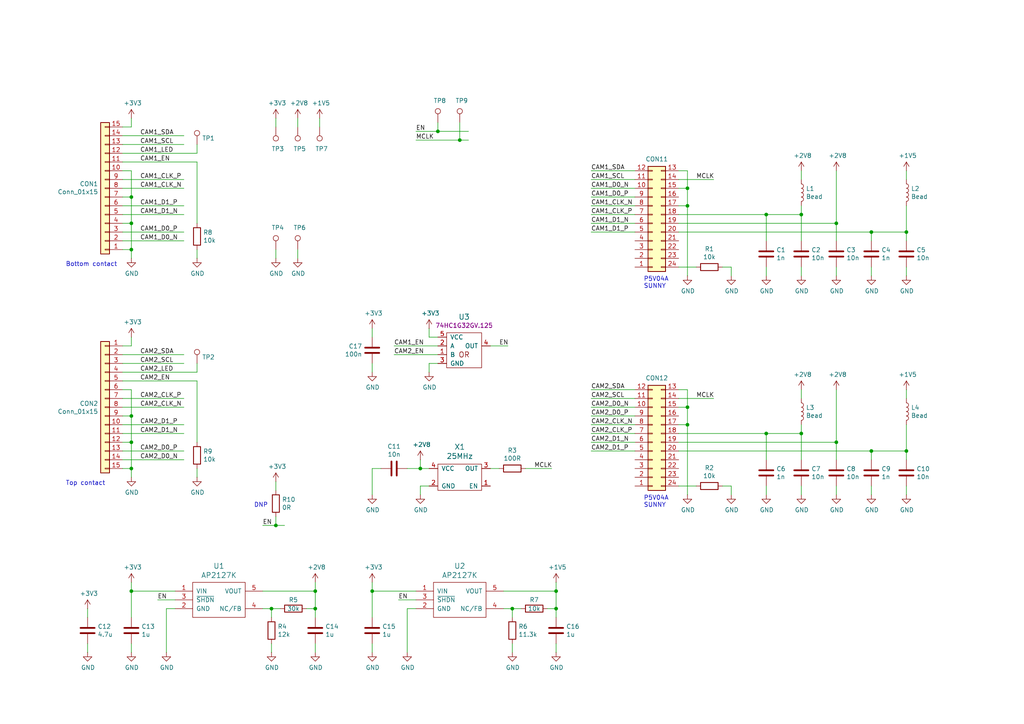
<source format=kicad_sch>
(kicad_sch (version 20250114) (generator "eeschema") (generator_version "9.0")
  (paper "A4")
  (lib_symbols
    (symbol "Connector:TestPoint" (pin_numbers (hide yes)) (pin_names (offset 0.762) (hide yes))
      (property "Reference" "TP" (at 0 6.858 0))
      (property "Value" "TestPoint" (at 0 5.08 0))
      (symbol "TestPoint_0_1"
        (circle (center 0 3.302) (radius 0.762))
      )
      (symbol "TestPoint_1_1"
        (pin passive line (at 0 0 90) (length 2.54) (name "1") (number "1"))
      )
    )
    (symbol "Connector_Generic:Conn_01x15" (pin_names (offset 1.016) (hide yes))
      (property "Reference" "J" (at 0 20.32 0))
      (property "Value" "Conn_01x15" (at 0 -20.32 0))
      (symbol "Conn_01x15_1_1"
        (rectangle (start -1.27 19.05) (end 1.27 -19.05) (stroke (width 0.254)) (fill (type background)))
        (rectangle (start -1.27 17.907) (end 0 17.653) (stroke (width 0.1524)))
        (rectangle (start -1.27 15.367) (end 0 15.113) (stroke (width 0.1524)))
        (rectangle (start -1.27 12.827) (end 0 12.573) (stroke (width 0.1524)))
        (rectangle (start -1.27 10.287) (end 0 10.033) (stroke (width 0.1524)))
        (rectangle (start -1.27 7.747) (end 0 7.493) (stroke (width 0.1524)))
        (rectangle (start -1.27 5.207) (end 0 4.953) (stroke (width 0.1524)))
        (rectangle (start -1.27 2.667) (end 0 2.413) (stroke (width 0.1524)))
        (rectangle (start -1.27 0.127) (end 0 -0.127) (stroke (width 0.1524)))
        (rectangle (start -1.27 -2.413) (end 0 -2.667) (stroke (width 0.1524)))
        (rectangle (start -1.27 -4.953) (end 0 -5.207) (stroke (width 0.1524)))
        (rectangle (start -1.27 -7.493) (end 0 -7.747) (stroke (width 0.1524)))
        (rectangle (start -1.27 -10.033) (end 0 -10.287) (stroke (width 0.1524)))
        (rectangle (start -1.27 -12.573) (end 0 -12.827) (stroke (width 0.1524)))
        (rectangle (start -1.27 -15.113) (end 0 -15.367) (stroke (width 0.1524)))
        (rectangle (start -1.27 -17.653) (end 0 -17.907) (stroke (width 0.1524)))
        (pin passive line (at -5.08 17.78 0) (length 3.81) (name "Pin_1") (number "1"))
        (pin passive line (at -5.08 15.24 0) (length 3.81) (name "Pin_2") (number "2"))
        (pin passive line (at -5.08 12.7 0) (length 3.81) (name "Pin_3") (number "3"))
        (pin passive line (at -5.08 10.16 0) (length 3.81) (name "Pin_4") (number "4"))
        (pin passive line (at -5.08 7.62 0) (length 3.81) (name "Pin_5") (number "5"))
        (pin passive line (at -5.08 5.08 0) (length 3.81) (name "Pin_6") (number "6"))
        (pin passive line (at -5.08 2.54 0) (length 3.81) (name "Pin_7") (number "7"))
        (pin passive line (at -5.08 0 0) (length 3.81) (name "Pin_8") (number "8"))
        (pin passive line (at -5.08 -2.54 0) (length 3.81) (name "Pin_9") (number "9"))
        (pin passive line (at -5.08 -5.08 0) (length 3.81) (name "Pin_10") (number "10"))
        (pin passive line (at -5.08 -7.62 0) (length 3.81) (name "Pin_11") (number "11"))
        (pin passive line (at -5.08 -10.16 0) (length 3.81) (name "Pin_12") (number "12"))
        (pin passive line (at -5.08 -12.7 0) (length 3.81) (name "Pin_13") (number "13"))
        (pin passive line (at -5.08 -15.24 0) (length 3.81) (name "Pin_14") (number "14"))
        (pin passive line (at -5.08 -17.78 0) (length 3.81) (name "Pin_15") (number "15"))
      )
    )
    (symbol "Connector_Generic:Conn_02x12_Counter_Clockwise" (pin_names (offset 1.016) (hide yes))
      (property "Reference" "J" (at 1.27 15.24 0))
      (property "Value" "Conn_02x12_Counter_Clockwise" (at 1.27 -17.78 0))
      (symbol "Conn_02x12_Counter_Clockwise_1_1"
        (rectangle (start -1.27 13.97) (end 3.81 -16.51) (stroke (width 0.254)) (fill (type background)))
        (rectangle (start -1.27 12.827) (end 0 12.573) (stroke (width 0.1524)))
        (rectangle (start -1.27 10.287) (end 0 10.033) (stroke (width 0.1524)))
        (rectangle (start -1.27 7.747) (end 0 7.493) (stroke (width 0.1524)))
        (rectangle (start -1.27 5.207) (end 0 4.953) (stroke (width 0.1524)))
        (rectangle (start -1.27 2.667) (end 0 2.413) (stroke (width 0.1524)))
        (rectangle (start -1.27 0.127) (end 0 -0.127) (stroke (width 0.1524)))
        (rectangle (start -1.27 -2.413) (end 0 -2.667) (stroke (width 0.1524)))
        (rectangle (start -1.27 -4.953) (end 0 -5.207) (stroke (width 0.1524)))
        (rectangle (start -1.27 -7.493) (end 0 -7.747) (stroke (width 0.1524)))
        (rectangle (start -1.27 -10.033) (end 0 -10.287) (stroke (width 0.1524)))
        (rectangle (start -1.27 -12.573) (end 0 -12.827) (stroke (width 0.1524)))
        (rectangle (start -1.27 -15.113) (end 0 -15.367) (stroke (width 0.1524)))
        (rectangle (start 3.81 12.827) (end 2.54 12.573) (stroke (width 0.1524)))
        (rectangle (start 3.81 10.287) (end 2.54 10.033) (stroke (width 0.1524)))
        (rectangle (start 3.81 7.747) (end 2.54 7.493) (stroke (width 0.1524)))
        (rectangle (start 3.81 5.207) (end 2.54 4.953) (stroke (width 0.1524)))
        (rectangle (start 3.81 2.667) (end 2.54 2.413) (stroke (width 0.1524)))
        (rectangle (start 3.81 0.127) (end 2.54 -0.127) (stroke (width 0.1524)))
        (rectangle (start 3.81 -2.413) (end 2.54 -2.667) (stroke (width 0.1524)))
        (rectangle (start 3.81 -4.953) (end 2.54 -5.207) (stroke (width 0.1524)))
        (rectangle (start 3.81 -7.493) (end 2.54 -7.747) (stroke (width 0.1524)))
        (rectangle (start 3.81 -10.033) (end 2.54 -10.287) (stroke (width 0.1524)))
        (rectangle (start 3.81 -12.573) (end 2.54 -12.827) (stroke (width 0.1524)))
        (rectangle (start 3.81 -15.113) (end 2.54 -15.367) (stroke (width 0.1524)))
        (pin passive line (at -5.08 12.7 0) (length 3.81) (name "Pin_1") (number "1"))
        (pin passive line (at -5.08 10.16 0) (length 3.81) (name "Pin_2") (number "2"))
        (pin passive line (at -5.08 7.62 0) (length 3.81) (name "Pin_3") (number "3"))
        (pin passive line (at -5.08 5.08 0) (length 3.81) (name "Pin_4") (number "4"))
        (pin passive line (at -5.08 2.54 0) (length 3.81) (name "Pin_5") (number "5"))
        (pin passive line (at -5.08 0 0) (length 3.81) (name "Pin_6") (number "6"))
        (pin passive line (at -5.08 -2.54 0) (length 3.81) (name "Pin_7") (number "7"))
        (pin passive line (at -5.08 -5.08 0) (length 3.81) (name "Pin_8") (number "8"))
        (pin passive line (at -5.08 -7.62 0) (length 3.81) (name "Pin_9") (number "9"))
        (pin passive line (at -5.08 -10.16 0) (length 3.81) (name "Pin_10") (number "10"))
        (pin passive line (at -5.08 -12.7 0) (length 3.81) (name "Pin_11") (number "11"))
        (pin passive line (at -5.08 -15.24 0) (length 3.81) (name "Pin_12") (number "12"))
        (pin passive line (at 7.62 12.7 180) (length 3.81) (name "Pin_24") (number "24"))
        (pin passive line (at 7.62 10.16 180) (length 3.81) (name "Pin_23") (number "23"))
        (pin passive line (at 7.62 7.62 180) (length 3.81) (name "Pin_22") (number "22"))
        (pin passive line (at 7.62 5.08 180) (length 3.81) (name "Pin_21") (number "21"))
        (pin passive line (at 7.62 2.54 180) (length 3.81) (name "Pin_20") (number "20"))
        (pin passive line (at 7.62 0 180) (length 3.81) (name "Pin_19") (number "19"))
        (pin passive line (at 7.62 -2.54 180) (length 3.81) (name "Pin_18") (number "18"))
        (pin passive line (at 7.62 -5.08 180) (length 3.81) (name "Pin_17") (number "17"))
        (pin passive line (at 7.62 -7.62 180) (length 3.81) (name "Pin_16") (number "16"))
        (pin passive line (at 7.62 -10.16 180) (length 3.81) (name "Pin_15") (number "15"))
        (pin passive line (at 7.62 -12.7 180) (length 3.81) (name "Pin_14") (number "14"))
        (pin passive line (at 7.62 -15.24 180) (length 3.81) (name "Pin_13") (number "13"))
      )
    )
    (symbol "Device:C" (pin_numbers (hide yes)) (pin_names (offset 0.254))
      (property "Reference" "C" (at 0.635 2.54 0))
      (property "Value" "C" (at 0.635 -2.54 0))
      (symbol "C_0_1"
        (polyline (pts (xy -2.032 0.762) (xy 2.032 0.762)) (stroke (width 0.508)))
        (polyline (pts (xy -2.032 -0.762) (xy 2.032 -0.762)) (stroke (width 0.508)))
      )
      (symbol "C_1_1"
        (pin passive line (at 0 3.81 270) (length 2.794) (name "~") (number "1"))
        (pin passive line (at 0 -3.81 90) (length 2.794) (name "~") (number "2"))
      )
    )
    (symbol "Device:L" (pin_numbers (hide yes)) (pin_names (offset 1.016) (hide yes))
      (property "Reference" "L" (at -1.27 0 90))
      (property "Value" "L" (at 1.905 0 90))
      (symbol "L_0_1"
        (arc (start 0 2.54) (mid 0.6323 1.905) (end 0 1.27))
        (arc (start 0 1.27) (mid 0.6323 0.635) (end 0 0))
        (arc (start 0 0) (mid 0.6323 -0.635) (end 0 -1.27))
        (arc (start 0 -1.27) (mid 0.6323 -1.905) (end 0 -2.54))
      )
      (symbol "L_1_1"
        (pin passive line (at 0 3.81 270) (length 1.27) (name "1") (number "1"))
        (pin passive line (at 0 -3.81 90) (length 1.27) (name "2") (number "2"))
      )
    )
    (symbol "Device:R" (pin_numbers (hide yes)) (pin_names (offset 0))
      (property "Reference" "R" (at 2.032 0 90))
      (property "Value" "R" (at 0 0 90))
      (symbol "R_0_1"
        (rectangle (start -1.016 -2.54) (end 1.016 2.54) (stroke (width 0.254)))
      )
      (symbol "R_1_1"
        (pin passive line (at 0 3.81 270) (length 1.27) (name "~") (number "1"))
        (pin passive line (at 0 -3.81 90) (length 1.27) (name "~") (number "2"))
      )
    )
    (symbol "_Crystal:Crystal_Generator" (pin_names (offset 1.016))
      (property "Reference" "Y" (at -5.08 5.08 0))
      (property "Value" "_Crystal_Crystal_Generator" (at 0 -5.08 0))
      (symbol "Crystal_Generator_0_1"
        (rectangle (start -6.35 3.81) (end 6.35 -3.81))
      )
      (symbol "Crystal_Generator_1_1"
        (pin power_in line (at -8.89 2.54 0) (length 2.54) (name "VCC") (number "4"))
        (pin power_in line (at -8.89 -2.54 0) (length 2.54) (name "GND") (number "2"))
        (pin output line (at 8.89 2.54 180) (length 2.54) (name "OUT") (number "3"))
        (pin input line (at 8.89 -2.54 180) (length 2.54) (name "EN") (number "1"))
      )
    )
    (symbol "_IC:AP2127K" (pin_names (offset 1.016))
      (property "Reference" "U" (at 0 6.35 0))
      (property "Value" "_IC_AP2127K" (at 0 -6.35 0))
      (symbol "AP2127K_0_1"
        (rectangle (start -7.62 5.08) (end 7.62 -5.08))
      )
      (symbol "AP2127K_1_1"
        (pin power_in line (at -12.7 2.54 0) (length 5.08) (name "VIN") (number "1"))
        (pin input line (at -12.7 0 0) (length 5.08) (name "~{SHDN}") (number "3"))
        (pin power_in line (at -12.7 -2.54 0) (length 5.08) (name "GND") (number "2"))
        (pin power_out line (at 12.7 2.54 180) (length 5.08) (name "VOUT") (number "5"))
        (pin input line (at 12.7 -2.54 180) (length 5.08) (name "NC/FB") (number "4"))
      )
    )
    (symbol "_SingleGate:74xx1G32" (pin_names (offset 1.016))
      (property "Reference" "U" (at -3.81 6.35 0))
      (property "Value" "_SingleGate_74xx1G32" (at 0 -6.35 0))
      (symbol "74xx1G32_0_0"
        (text "OR" (at 0 -1.27 0) (effects (font (size 1.524 1.524))))
      )
      (symbol "74xx1G32_0_1"
        (rectangle (start -5.08 5.08) (end 5.08 -5.08))
      )
      (symbol "74xx1G32_1_1"
        (pin power_in line (at -7.62 3.81 0) (length 2.54) (name "VCC") (number "5"))
        (pin input line (at -7.62 1.27 0) (length 2.54) (name "A") (number "2"))
        (pin input line (at -7.62 -1.27 0) (length 2.54) (name "B") (number "1"))
        (pin power_in line (at -7.62 -3.81 0) (length 2.54) (name "GND") (number "3"))
        (pin output line (at 7.62 1.27 180) (length 2.54) (name "OUT") (number "4"))
      )
    )
    (symbol "power:+1V5" (power) (pin_numbers (hide yes)) (pin_names (offset 0) (hide yes))
      (property "Value" "+1V5" (at 0 3.556 0))
      (symbol "+1V5_0_1"
        (polyline (pts (xy -0.762 1.27) (xy 0 2.54)))
        (polyline (pts (xy 0 2.54) (xy 0.762 1.27)))
        (polyline (pts (xy 0 0) (xy 0 2.54)))
      )
      (symbol "+1V5_1_1"
        (pin power_in line (at 0 0 90) (length 0) (name "~") (number "1"))
      )
    )
    (symbol "power:+2V8" (power) (pin_numbers (hide yes)) (pin_names (offset 0) (hide yes))
      (property "Value" "+2V8" (at 0 3.556 0))
      (symbol "+2V8_0_1"
        (polyline (pts (xy -0.762 1.27) (xy 0 2.54)))
        (polyline (pts (xy 0 2.54) (xy 0.762 1.27)))
        (polyline (pts (xy 0 0) (xy 0 2.54)))
      )
      (symbol "+2V8_1_1"
        (pin power_in line (at 0 0 90) (length 0) (name "~") (number "1"))
      )
    )
    (symbol "power:+3V3" (power) (pin_numbers (hide yes)) (pin_names (offset 0) (hide yes))
      (property "Value" "+3V3" (at 0 3.556 0))
      (symbol "+3V3_0_1"
        (polyline (pts (xy -0.762 1.27) (xy 0 2.54)))
        (polyline (pts (xy 0 2.54) (xy 0.762 1.27)))
        (polyline (pts (xy 0 0) (xy 0 2.54)))
      )
      (symbol "+3V3_1_1"
        (pin power_in line (at 0 0 90) (length 0) (name "~") (number "1"))
      )
    )
    (symbol "power:GND" (power) (pin_numbers (hide yes)) (pin_names (offset 0) (hide yes))
      (property "Value" "GND" (at 0 -3.81 0))
      (symbol "GND_0_1"
        (polyline (pts (xy 0 0) (xy 0 -1.27) (xy 1.27 -1.27) (xy 0 -2.54) (xy -1.27 -1.27) (xy 0 -1.27)))
      )
      (symbol "GND_1_1"
        (pin power_in line (at 0 0 270) (length 0) (name "~") (number "1"))
      )
    )
  )
  (text "Bottom contact" (at 19.05 77.47 0) (effects (font (size 1.27 1.27)) (justify left bottom)))
  (text "DNP" (at 73.66 147.32 0) (effects (font (size 1.27 1.27)) (justify left bottom)))
  (text "P5V04A\nSUNNY" (at 186.69 147.32 0) (effects (font (size 1.27 1.27)) (justify left bottom)))
  (text "Top contact" (at 19.05 140.97 0) (effects (font (size 1.27 1.27)) (justify left bottom)))
  (text "P5V04A\nSUNNY" (at 186.69 83.82 0) (effects (font (size 1.27 1.27)) (justify left bottom)))
  (junction (at 38.1 171.45))
  (junction (at 38.1 135.89))
  (junction (at 199.39 54.61))
  (junction (at 38.1 57.15))
  (junction (at 232.41 62.23))
  (junction (at 161.29 171.45))
  (junction (at 78.74 176.53))
  (junction (at 199.39 118.11))
  (junction (at 91.44 176.53))
  (junction (at 252.73 67.31))
  (junction (at 199.39 59.69))
  (junction (at 133.35 40.64))
  (junction (at 161.29 176.53))
  (junction (at 38.1 64.77))
  (junction (at 38.1 128.27))
  (junction (at 252.73 130.81))
  (junction (at 232.41 125.73))
  (junction (at 262.89 130.81))
  (junction (at 242.57 64.77))
  (junction (at 262.89 67.31))
  (junction (at 222.25 125.73))
  (junction (at 91.44 171.45))
  (junction (at 107.95 171.45))
  (junction (at 148.59 176.53))
  (junction (at 199.39 123.19))
  (junction (at 222.25 62.23))
  (junction (at 38.1 120.65))
  (junction (at 242.57 128.27))
  (junction (at 38.1 72.39))
  (junction (at 80.01 152.4))
  (junction (at 121.92 135.89))
  (junction (at 127 38.1))
  (wire (pts (xy 35.56 107.95) (xy 57.15 107.95)))
  (wire (pts (xy 222.25 77.47) (xy 222.25 80.01)))
  (wire (pts (xy 151.13 176.53) (xy 148.59 176.53)))
  (wire (pts (xy 252.73 67.31) (xy 262.89 67.31)))
  (wire (pts (xy 133.35 40.64) (xy 135.89 40.64)))
  (wire (pts (xy 38.1 171.45) (xy 50.8 171.45)))
  (wire (pts (xy 53.34 133.35) (xy 35.56 133.35)))
  (wire (pts (xy 148.59 176.53) (xy 146.05 176.53)))
  (wire (pts (xy 196.85 54.61) (xy 199.39 54.61)))
  (wire (pts (xy 171.45 120.65) (xy 184.15 120.65)))
  (wire (pts (xy 222.25 133.35) (xy 222.25 125.73)))
  (wire (pts (xy 114.3 102.87) (xy 127 102.87)))
  (wire (pts (xy 127 105.41) (xy 124.46 105.41)))
  (wire (pts (xy 118.11 135.89) (xy 121.92 135.89)))
  (wire (pts (xy 80.01 149.86) (xy 80.01 152.4)))
  (wire (pts (xy 91.44 168.91) (xy 91.44 171.45)))
  (wire (pts (xy 242.57 113.03) (xy 242.57 128.27)))
  (wire (pts (xy 262.89 130.81) (xy 262.89 133.35)))
  (wire (pts (xy 196.85 128.27) (xy 242.57 128.27)))
  (wire (pts (xy 76.2 171.45) (xy 91.44 171.45)))
  (wire (pts (xy 196.85 118.11) (xy 199.39 118.11)))
  (wire (pts (xy 107.95 135.89) (xy 107.95 143.51)))
  (wire (pts (xy 35.56 64.77) (xy 38.1 64.77)))
  (wire (pts (xy 242.57 49.53) (xy 242.57 64.77)))
  (wire (pts (xy 171.45 57.15) (xy 184.15 57.15)))
  (wire (pts (xy 196.85 123.19) (xy 199.39 123.19)))
  (wire (pts (xy 242.57 77.47) (xy 242.57 80.01)))
  (wire (pts (xy 53.34 105.41) (xy 35.56 105.41)))
  (wire (pts (xy 232.41 125.73) (xy 232.41 133.35)))
  (wire (pts (xy 171.45 128.27) (xy 184.15 128.27)))
  (wire (pts (xy 262.89 59.69) (xy 262.89 67.31)))
  (wire (pts (xy 38.1 186.69) (xy 38.1 189.23)))
  (wire (pts (xy 121.92 135.89) (xy 124.46 135.89)))
  (wire (pts (xy 146.05 171.45) (xy 161.29 171.45)))
  (wire (pts (xy 86.36 34.29) (xy 86.36 36.83)))
  (wire (pts (xy 196.85 77.47) (xy 201.93 77.47)))
  (wire (pts (xy 199.39 49.53) (xy 199.39 54.61)))
  (wire (pts (xy 148.59 179.07) (xy 148.59 176.53)))
  (wire (pts (xy 57.15 72.39) (xy 57.15 74.93)))
  (wire (pts (xy 242.57 64.77) (xy 242.57 69.85)))
  (wire (pts (xy 124.46 140.97) (xy 121.92 140.97)))
  (wire (pts (xy 86.36 72.39) (xy 86.36 74.93)))
  (wire (pts (xy 57.15 110.49) (xy 57.15 128.27)))
  (wire (pts (xy 53.34 130.81) (xy 35.56 130.81)))
  (wire (pts (xy 133.35 35.56) (xy 133.35 40.64)))
  (wire (pts (xy 127 38.1) (xy 135.89 38.1)))
  (wire (pts (xy 38.1 100.33) (xy 38.1 97.79)))
  (wire (pts (xy 252.73 140.97) (xy 252.73 143.51)))
  (wire (pts (xy 78.74 186.69) (xy 78.74 189.23)))
  (wire (pts (xy 107.95 168.91) (xy 107.95 171.45)))
  (wire (pts (xy 114.3 100.33) (xy 127 100.33)))
  (wire (pts (xy 161.29 176.53) (xy 161.29 179.07)))
  (wire (pts (xy 53.34 115.57) (xy 35.56 115.57)))
  (wire (pts (xy 107.95 186.69) (xy 107.95 189.23)))
  (wire (pts (xy 115.57 173.99) (xy 120.65 173.99)))
  (wire (pts (xy 107.95 171.45) (xy 120.65 171.45)))
  (wire (pts (xy 118.11 176.53) (xy 118.11 189.23)))
  (wire (pts (xy 120.65 40.64) (xy 133.35 40.64)))
  (wire (pts (xy 242.57 140.97) (xy 242.57 143.51)))
  (wire (pts (xy 242.57 128.27) (xy 242.57 133.35)))
  (wire (pts (xy 262.89 67.31) (xy 262.89 69.85)))
  (wire (pts (xy 35.56 110.49) (xy 57.15 110.49)))
  (wire (pts (xy 76.2 152.4) (xy 80.01 152.4)))
  (wire (pts (xy 196.85 125.73) (xy 222.25 125.73)))
  (wire (pts (xy 35.56 128.27) (xy 38.1 128.27)))
  (wire (pts (xy 35.56 120.65) (xy 38.1 120.65)))
  (wire (pts (xy 222.25 62.23) (xy 232.41 62.23)))
  (wire (pts (xy 25.4 186.69) (xy 25.4 189.23)))
  (wire (pts (xy 262.89 140.97) (xy 262.89 143.51)))
  (wire (pts (xy 127 97.79) (xy 124.46 97.79)))
  (wire (pts (xy 262.89 123.19) (xy 262.89 130.81)))
  (wire (pts (xy 171.45 123.19) (xy 184.15 123.19)))
  (wire (pts (xy 232.41 113.03) (xy 232.41 115.57)))
  (wire (pts (xy 35.56 72.39) (xy 38.1 72.39)))
  (wire (pts (xy 53.34 41.91) (xy 35.56 41.91)))
  (wire (pts (xy 35.56 44.45) (xy 57.15 44.45)))
  (wire (pts (xy 171.45 59.69) (xy 184.15 59.69)))
  (wire (pts (xy 78.74 176.53) (xy 76.2 176.53)))
  (wire (pts (xy 171.45 130.81) (xy 184.15 130.81)))
  (wire (pts (xy 161.29 168.91) (xy 161.29 171.45)))
  (wire (pts (xy 199.39 54.61) (xy 199.39 59.69)))
  (wire (pts (xy 222.25 140.97) (xy 222.25 143.51)))
  (wire (pts (xy 38.1 135.89) (xy 38.1 128.27)))
  (wire (pts (xy 199.39 118.11) (xy 199.39 123.19)))
  (wire (pts (xy 80.01 72.39) (xy 80.01 74.93)))
  (wire (pts (xy 120.65 176.53) (xy 118.11 176.53)))
  (wire (pts (xy 252.73 130.81) (xy 262.89 130.81)))
  (wire (pts (xy 92.71 34.29) (xy 92.71 36.83)))
  (wire (pts (xy 107.95 171.45) (xy 107.95 179.07)))
  (wire (pts (xy 161.29 171.45) (xy 161.29 176.53)))
  (wire (pts (xy 196.85 140.97) (xy 201.93 140.97)))
  (wire (pts (xy 38.1 72.39) (xy 38.1 74.93)))
  (wire (pts (xy 38.1 120.65) (xy 38.1 113.03)))
  (wire (pts (xy 252.73 77.47) (xy 252.73 80.01)))
  (wire (pts (xy 45.72 173.99) (xy 50.8 173.99)))
  (wire (pts (xy 196.85 52.07) (xy 207.01 52.07)))
  (wire (pts (xy 80.01 152.4) (xy 82.55 152.4)))
  (wire (pts (xy 212.09 140.97) (xy 212.09 143.51)))
  (wire (pts (xy 171.45 125.73) (xy 184.15 125.73)))
  (wire (pts (xy 53.34 102.87) (xy 35.56 102.87)))
  (wire (pts (xy 171.45 118.11) (xy 184.15 118.11)))
  (wire (pts (xy 57.15 44.45) (xy 57.15 41.91)))
  (wire (pts (xy 232.41 59.69) (xy 232.41 62.23)))
  (wire (pts (xy 91.44 186.69) (xy 91.44 189.23)))
  (wire (pts (xy 78.74 179.07) (xy 78.74 176.53)))
  (wire (pts (xy 232.41 62.23) (xy 232.41 69.85)))
  (wire (pts (xy 127 35.56) (xy 127 38.1)))
  (wire (pts (xy 91.44 171.45) (xy 91.44 176.53)))
  (wire (pts (xy 121.92 140.97) (xy 121.92 143.51)))
  (wire (pts (xy 196.85 113.03) (xy 199.39 113.03)))
  (wire (pts (xy 124.46 97.79) (xy 124.46 95.25)))
  (wire (pts (xy 209.55 77.47) (xy 212.09 77.47)))
  (wire (pts (xy 142.24 135.89) (xy 144.78 135.89)))
  (wire (pts (xy 222.25 125.73) (xy 232.41 125.73)))
  (wire (pts (xy 53.34 59.69) (xy 35.56 59.69)))
  (wire (pts (xy 171.45 115.57) (xy 184.15 115.57)))
  (wire (pts (xy 199.39 123.19) (xy 199.39 143.51)))
  (wire (pts (xy 124.46 105.41) (xy 124.46 107.95)))
  (wire (pts (xy 107.95 105.41) (xy 107.95 107.95)))
  (wire (pts (xy 196.85 59.69) (xy 199.39 59.69)))
  (wire (pts (xy 121.92 133.35) (xy 121.92 135.89)))
  (wire (pts (xy 196.85 115.57) (xy 207.01 115.57)))
  (wire (pts (xy 38.1 36.83) (xy 38.1 34.29)))
  (wire (pts (xy 196.85 64.77) (xy 242.57 64.77)))
  (wire (pts (xy 120.65 38.1) (xy 127 38.1)))
  (wire (pts (xy 35.56 36.83) (xy 38.1 36.83)))
  (wire (pts (xy 148.59 186.69) (xy 148.59 189.23)))
  (wire (pts (xy 35.56 135.89) (xy 38.1 135.89)))
  (wire (pts (xy 161.29 186.69) (xy 161.29 189.23)))
  (wire (pts (xy 110.49 135.89) (xy 107.95 135.89)))
  (wire (pts (xy 158.75 176.53) (xy 161.29 176.53)))
  (wire (pts (xy 53.34 125.73) (xy 35.56 125.73)))
  (wire (pts (xy 196.85 67.31) (xy 252.73 67.31)))
  (wire (pts (xy 222.25 69.85) (xy 222.25 62.23)))
  (wire (pts (xy 209.55 140.97) (xy 212.09 140.97)))
  (wire (pts (xy 252.73 133.35) (xy 252.73 130.81)))
  (wire (pts (xy 80.01 34.29) (xy 80.01 36.83)))
  (wire (pts (xy 152.4 135.89) (xy 160.02 135.89)))
  (wire (pts (xy 196.85 130.81) (xy 252.73 130.81)))
  (wire (pts (xy 171.45 49.53) (xy 184.15 49.53)))
  (wire (pts (xy 171.45 54.61) (xy 184.15 54.61)))
  (wire (pts (xy 53.34 54.61) (xy 35.56 54.61)))
  (wire (pts (xy 38.1 135.89) (xy 38.1 138.43)))
  (wire (pts (xy 38.1 171.45) (xy 38.1 179.07)))
  (wire (pts (xy 142.24 100.33) (xy 147.32 100.33)))
  (wire (pts (xy 199.39 59.69) (xy 199.39 80.01)))
  (wire (pts (xy 38.1 128.27) (xy 38.1 120.65)))
  (wire (pts (xy 48.26 176.53) (xy 48.26 189.23)))
  (wire (pts (xy 107.95 95.25) (xy 107.95 97.79)))
  (wire (pts (xy 53.34 123.19) (xy 35.56 123.19)))
  (wire (pts (xy 171.45 113.03) (xy 184.15 113.03)))
  (wire (pts (xy 171.45 62.23) (xy 184.15 62.23)))
  (wire (pts (xy 81.28 176.53) (xy 78.74 176.53)))
  (wire (pts (xy 38.1 64.77) (xy 38.1 57.15)))
  (wire (pts (xy 171.45 64.77) (xy 184.15 64.77)))
  (wire (pts (xy 25.4 176.53) (xy 25.4 179.07)))
  (wire (pts (xy 57.15 135.89) (xy 57.15 138.43)))
  (wire (pts (xy 252.73 69.85) (xy 252.73 67.31)))
  (wire (pts (xy 38.1 57.15) (xy 38.1 49.53)))
  (wire (pts (xy 35.56 46.99) (xy 57.15 46.99)))
  (wire (pts (xy 80.01 139.7) (xy 80.01 142.24)))
  (wire (pts (xy 38.1 49.53) (xy 35.56 49.53)))
  (wire (pts (xy 53.34 39.37) (xy 35.56 39.37)))
  (wire (pts (xy 171.45 52.07) (xy 184.15 52.07)))
  (wire (pts (xy 262.89 77.47) (xy 262.89 80.01)))
  (wire (pts (xy 38.1 113.03) (xy 35.56 113.03)))
  (wire (pts (xy 196.85 62.23) (xy 222.25 62.23)))
  (wire (pts (xy 57.15 107.95) (xy 57.15 105.41)))
  (wire (pts (xy 262.89 49.53) (xy 262.89 52.07)))
  (wire (pts (xy 35.56 57.15) (xy 38.1 57.15)))
  (wire (pts (xy 232.41 140.97) (xy 232.41 143.51)))
  (wire (pts (xy 212.09 77.47) (xy 212.09 80.01)))
  (wire (pts (xy 53.34 118.11) (xy 35.56 118.11)))
  (wire (pts (xy 199.39 113.03) (xy 199.39 118.11)))
  (wire (pts (xy 38.1 168.91) (xy 38.1 171.45)))
  (wire (pts (xy 91.44 176.53) (xy 91.44 179.07)))
  (wire (pts (xy 53.34 69.85) (xy 35.56 69.85)))
  (wire (pts (xy 171.45 67.31) (xy 184.15 67.31)))
  (wire (pts (xy 53.34 67.31) (xy 35.56 67.31)))
  (wire (pts (xy 232.41 49.53) (xy 232.41 52.07)))
  (wire (pts (xy 53.34 52.07) (xy 35.56 52.07)))
  (wire (pts (xy 262.89 113.03) (xy 262.89 115.57)))
  (wire (pts (xy 35.56 100.33) (xy 38.1 100.33)))
  (wire (pts (xy 38.1 72.39) (xy 38.1 64.77)))
  (wire (pts (xy 88.9 176.53) (xy 91.44 176.53)))
  (wire (pts (xy 196.85 49.53) (xy 199.39 49.53)))
  (wire (pts (xy 50.8 176.53) (xy 48.26 176.53)))
  (wire (pts (xy 232.41 77.47) (xy 232.41 80.01)))
  (wire (pts (xy 232.41 123.19) (xy 232.41 125.73)))
  (wire (pts (xy 57.15 46.99) (xy 57.15 64.77)))
  (wire (pts (xy 53.34 62.23) (xy 35.56 62.23)))
  (label "CAM1_EN" (at 114.3 100.33 0))
  (label "CAM1_D1_P" (at 171.45 67.31 0))
  (label "CAM1_LED" (at 40.64 44.45 0))
  (label "CAM2_SDA" (at 40.64 102.87 0))
  (label "CAM2_CLK_P" (at 171.45 125.73 0))
  (label "CAM1_D1_P" (at 40.64 59.69 0))
  (label "CAM1_D0_N" (at 40.64 69.85 0))
  (label "MCLK" (at 120.65 40.64 0))
  (label "CAM2_CLK_P" (at 40.64 115.57 0))
  (label "CAM2_SCL" (at 40.64 105.41 0))
  (label "CAM1_D0_N" (at 171.45 54.61 0))
  (label "EN" (at 115.57 173.99 0))
  (label "MCLK" (at 201.93 115.57 0))
  (label "CAM1_D0_P" (at 171.45 57.15 0))
  (label "CAM2_CLK_N" (at 40.64 118.11 0))
  (label "EN" (at 76.2 152.4 0))
  (label "CAM1_D0_P" (at 40.64 67.31 0))
  (label "EN" (at 120.65 38.1 0))
  (label "CAM2_D0_N" (at 40.64 133.35 0))
  (label "CAM2_D0_P" (at 171.45 120.65 0))
  (label "CAM2_D1_P" (at 40.64 123.19 0))
  (label "CAM2_CLK_N" (at 171.45 123.19 0))
  (label "MCLK" (at 154.94 135.89 0))
  (label "CAM1_D1_N" (at 40.64 62.23 0))
  (label "EN" (at 45.72 173.99 0))
  (label "MCLK" (at 201.93 52.07 0))
  (label "CAM1_SCL" (at 171.45 52.07 0))
  (label "CAM1_EN" (at 40.64 46.99 0))
  (label "CAM2_SDA" (at 171.45 113.03 0))
  (label "CAM1_SDA" (at 171.45 49.53 0))
  (label "CAM2_LED" (at 40.64 107.95 0))
  (label "CAM1_SDA" (at 40.64 39.37 0))
  (label "CAM1_CLK_P" (at 171.45 62.23 0))
  (label "CAM2_D1_N" (at 40.64 125.73 0))
  (label "CAM1_D1_N" (at 171.45 64.77 0))
  (label "CAM2_D0_P" (at 40.64 130.81 0))
  (label "CAM2_D1_N" (at 171.45 128.27 0))
  (label "CAM2_D1_P" (at 171.45 130.81 0))
  (label "CAM1_SCL" (at 40.64 41.91 0))
  (label "CAM2_EN" (at 114.3 102.87 0))
  (label "CAM1_CLK_N" (at 40.64 54.61 0))
  (label "EN" (at 144.78 100.33 0))
  (label "CAM2_EN" (at 40.64 110.49 0))
  (label "CAM2_SCL" (at 171.45 115.57 0))
  (label "CAM2_D0_N" (at 171.45 118.11 0))
  (label "CAM1_CLK_P" (at 40.64 52.07 0))
  (label "CAM1_CLK_N" (at 171.45 59.69 0))
  (symbol (lib_id "Connector_Generic:Conn_02x12_Counter_Clockwise") (at 189.23 64.77 0) (mirror x) (unit 1)
    (property "Reference" "CON11" (at 190.5 46.1518 0))
    (property "Value" "Conn_02x12_Counter_Clockwise" (effects (hide yes)))
    (property "Footprint" "_Connectors:DF30FC-24DP-0.4V" (effects (hide yes)))
    (property "vendor" "Hirose" (effects (hide yes)))
    (property "vendor_id" "DF30FC-24DP-0.4V" (effects (hide yes)))
  )
  (symbol (lib_id "Connector_Generic:Conn_02x12_Counter_Clockwise") (at 189.23 128.27 0) (mirror x) (unit 1)
    (property "Reference" "CON12" (at 190.5 109.6518 0))
    (property "Value" "Conn_02x12_Counter_Clockwise" (effects (hide yes)))
    (property "Footprint" "_Connectors:DF30FC-24DP-0.4V" (effects (hide yes)))
    (property "vendor" "Hirose" (effects (hide yes)))
    (property "vendor_id" "DF30FC-24DP-0.4V" (effects (hide yes)))
  )
  (symbol (lib_id "Connector_Generic:Conn_01x15") (at 30.48 54.61 180) (unit 1)
    (property "Reference" "CON1" (at 28.4734 53.34 0) (effects (justify left)))
    (property "Value" "Conn_01x15" (at 28.4734 55.6514 0) (effects (justify left)))
    (property "Footprint" "Connector_FFC-FPC:TE_1-84952-5_1x15-1MP_P1.0mm_Horizontal" (effects (hide yes)))
    (property "vendor" "Molex" (effects (hide yes)))
    (property "vendor_id" "MX-52271-1569" (effects (hide yes)))
  )
  (symbol (lib_id "Connector_Generic:Conn_01x15") (at 30.48 118.11 0) (mirror y) (unit 1)
    (property "Reference" "CON2" (at 28.4734 117.0432 0) (effects (justify left)))
    (property "Value" "Conn_01x15" (at 28.4734 119.3546 0) (effects (justify left)))
    (property "Footprint" "Connector_FFC-FPC:TE_1-84952-5_1x15-1MP_P1.0mm_Horizontal" (effects (hide yes)))
    (property "vendor" "Molex" (effects (hide yes)))
    (property "vendor_id" "MX-52207-1560" (effects (hide yes)))
  )
  (symbol (lib_id "power:GND") (at 199.39 80.01 0) (unit 1)
    (property "Reference" "#PWR0101" (effects (hide yes)))
    (property "Value" "GND" (at 199.517 84.4042 0))
  )
  (symbol (lib_id "Device:C") (at 25.4 182.88 0) (unit 1)
    (property "Reference" "C12" (at 28.321 181.7116 0) (effects (justify left)))
    (property "Value" "4.7u" (at 28.321 184.023 0) (effects (justify left)))
    (property "Footprint" "Capacitor_SMD:C_0805_2012Metric" (effects (hide yes)))
  )
  (symbol (lib_id "power:GND") (at 25.4 189.23 0) (unit 1)
    (property "Reference" "#PWR012" (effects (hide yes)))
    (property "Value" "GND" (at 25.527 193.6242 0))
  )
  (symbol (lib_id "Device:R") (at 205.74 77.47 270) (unit 1)
    (property "Reference" "R1" (at 205.74 72.2122 90))
    (property "Value" "10k" (at 205.74 74.5236 90))
    (property "Footprint" "Resistor_SMD:R_0603_1608Metric" (effects (hide yes)))
  )
  (symbol (lib_id "power:GND") (at 212.09 80.01 0) (unit 1)
    (property "Reference" "#PWR0102" (effects (hide yes)))
    (property "Value" "GND" (at 212.217 84.4042 0))
  )
  (symbol (lib_id "power:+1V5") (at 262.89 49.53 0) (unit 1)
    (property "Reference" "#PWR0103" (effects (hide yes)))
    (property "Value" "+1V5" (at 263.271 45.1358 0))
  )
  (symbol (lib_id "Device:C") (at 232.41 73.66 0) (unit 1)
    (property "Reference" "C2" (at 235.331 72.4916 0) (effects (justify left)))
    (property "Value" "10n" (at 235.331 74.803 0) (effects (justify left)))
    (property "Footprint" "Capacitor_SMD:C_0603_1608Metric" (effects (hide yes)))
  )
  (symbol (lib_id "power:GND") (at 232.41 80.01 0) (unit 1)
    (property "Reference" "#PWR0104" (effects (hide yes)))
    (property "Value" "GND" (at 232.537 84.4042 0))
  )
  (symbol (lib_id "Device:C") (at 242.57 73.66 0) (unit 1)
    (property "Reference" "C3" (at 245.491 72.4916 0) (effects (justify left)))
    (property "Value" "10n" (at 245.491 74.803 0) (effects (justify left)))
    (property "Footprint" "Capacitor_SMD:C_0603_1608Metric" (effects (hide yes)))
  )
  (symbol (lib_id "power:GND") (at 242.57 80.01 0) (unit 1)
    (property "Reference" "#PWR0105" (effects (hide yes)))
    (property "Value" "GND" (at 242.697 84.4042 0))
  )
  (symbol (lib_id "Device:C") (at 262.89 73.66 0) (unit 1)
    (property "Reference" "C5" (at 265.811 72.4916 0) (effects (justify left)))
    (property "Value" "10n" (at 265.811 74.803 0) (effects (justify left)))
    (property "Footprint" "Capacitor_SMD:C_0603_1608Metric" (effects (hide yes)))
  )
  (symbol (lib_id "power:GND") (at 262.89 80.01 0) (unit 1)
    (property "Reference" "#PWR0106" (effects (hide yes)))
    (property "Value" "GND" (at 263.017 84.4042 0))
  )
  (symbol (lib_id "power:+2V8") (at 232.41 49.53 0) (unit 1)
    (property "Reference" "#PWR0107" (effects (hide yes)))
    (property "Value" "+2V8" (at 232.791 45.1358 0))
  )
  (symbol (lib_id "Device:L") (at 232.41 55.88 0) (unit 1)
    (property "Reference" "L1" (at 233.7562 54.7116 0) (effects (justify left)))
    (property "Value" "Bead" (at 233.7562 57.023 0) (effects (justify left)))
    (property "Footprint" "Inductor_SMD:L_0805_2012Metric" (effects (hide yes)))
    (property "vendor" "Murata" (effects (hide yes)))
    (property "vendor_id" "BLM18HE152SN1D" (effects (hide yes)))
  )
  (symbol (lib_id "Device:L") (at 262.89 55.88 0) (unit 1)
    (property "Reference" "L2" (at 264.2362 54.7116 0) (effects (justify left)))
    (property "Value" "Bead" (at 264.2362 57.023 0) (effects (justify left)))
    (property "Footprint" "Inductor_SMD:L_0805_2012Metric" (effects (hide yes)))
    (property "vendor" "Murata" (effects (hide yes)))
    (property "vendor_id" "BLM18HE152SN1D" (effects (hide yes)))
  )
  (symbol (lib_id "power:+2V8") (at 242.57 49.53 0) (unit 1)
    (property "Reference" "#PWR0108" (effects (hide yes)))
    (property "Value" "+2V8" (at 242.951 45.1358 0))
  )
  (symbol (lib_id "power:+3V3") (at 25.4 176.53 0) (unit 1)
    (property "Reference" "#PWR011" (effects (hide yes)))
    (property "Value" "+3V3" (at 25.781 172.1358 0))
  )
  (symbol (lib_id "_IC:AP2127K") (at 63.5 173.99 0) (unit 1)
    (property "Reference" "U1" (at 63.5 164.1602 0) (effects (font (size 1.524 1.524))))
    (property "Value" "AP2127K" (at 63.5 166.8526 0) (effects (font (size 1.524 1.524))))
    (property "Footprint" "Package_TO_SOT_SMD:SOT-23-5" (effects (hide yes)))
    (property "vendor" "Diodes" (effects (hide yes)))
    (property "vendor_id" "AP2127K-ADJTRG1" (effects (hide yes)))
  )
  (symbol (lib_id "Device:C") (at 222.25 73.66 0) (unit 1)
    (property "Reference" "C1" (at 225.171 72.4916 0) (effects (justify left)))
    (property "Value" "1n" (at 225.171 74.803 0) (effects (justify left)))
    (property "Footprint" "Capacitor_SMD:C_0603_1608Metric" (effects (hide yes)))
  )
  (symbol (lib_id "power:GND") (at 222.25 80.01 0) (unit 1)
    (property "Reference" "#PWR0109" (effects (hide yes)))
    (property "Value" "GND" (at 222.377 84.4042 0))
  )
  (symbol (lib_id "power:GND") (at 38.1 189.23 0) (unit 1)
    (property "Reference" "#PWR0118" (effects (hide yes)))
    (property "Value" "GND" (at 38.227 193.6242 0))
  )
  (symbol (lib_id "power:+3V3") (at 38.1 168.91 0) (unit 1)
    (property "Reference" "#PWR0119" (effects (hide yes)))
    (property "Value" "+3V3" (at 38.481 164.5158 0))
  )
  (symbol (lib_id "Device:C") (at 38.1 182.88 0) (unit 1)
    (property "Reference" "C13" (at 41.021 181.7116 0) (effects (justify left)))
    (property "Value" "1u" (at 41.021 184.023 0) (effects (justify left)))
    (property "Footprint" "Capacitor_SMD:C_0603_1608Metric" (effects (hide yes)))
  )
  (symbol (lib_id "power:GND") (at 48.26 189.23 0) (unit 1)
    (property "Reference" "#PWR0120" (effects (hide yes)))
    (property "Value" "GND" (at 48.387 193.6242 0))
  )
  (symbol (lib_id "Device:R") (at 78.74 182.88 180) (unit 1)
    (property "Reference" "R4" (at 80.518 181.7116 0) (effects (justify right)))
    (property "Value" "12k" (at 80.518 184.023 0) (effects (justify right)))
    (property "Footprint" "Resistor_SMD:R_0603_1608Metric" (effects (hide yes)))
  )
  (symbol (lib_id "_SingleGate:74xx1G32") (at 134.62 101.6 0) (unit 1)
    (property "Reference" "U3" (at 134.62 91.9226 0) (effects (font (size 1.524 1.524))))
    (property "Value" "74xx1G32" (effects (hide yes)))
    (property "Footprint" "_IC:SC-74A" (effects (hide yes)))
    (property "vendor" "Nexperia" (effects (hide yes)))
    (property "vendor_id" "74HC1G32GV.125" (at 134.62 94.4118 0))
  )
  (symbol (lib_id "Device:R") (at 85.09 176.53 270) (unit 1)
    (property "Reference" "R5" (at 85.09 173.99 90))
    (property "Value" "30k" (at 85.09 176.53 90))
    (property "Footprint" "Resistor_SMD:R_0603_1608Metric" (effects (hide yes)))
  )
  (symbol (lib_id "Device:C") (at 91.44 182.88 0) (unit 1)
    (property "Reference" "C14" (at 94.361 181.7116 0) (effects (justify left)))
    (property "Value" "1u" (at 94.361 184.023 0) (effects (justify left)))
    (property "Footprint" "Capacitor_SMD:C_0603_1608Metric" (effects (hide yes)))
  )
  (symbol (lib_id "Device:C") (at 252.73 73.66 0) (unit 1)
    (property "Reference" "C4" (at 255.651 72.4916 0) (effects (justify left)))
    (property "Value" "1n" (at 255.651 74.803 0) (effects (justify left)))
    (property "Footprint" "Capacitor_SMD:C_0603_1608Metric" (effects (hide yes)))
  )
  (symbol (lib_id "power:GND") (at 252.73 80.01 0) (unit 1)
    (property "Reference" "#PWR0110" (effects (hide yes)))
    (property "Value" "GND" (at 252.857 84.4042 0))
  )
  (symbol (lib_id "power:+3V3") (at 124.46 95.25 0) (unit 1)
    (property "Reference" "#PWR0130" (effects (hide yes)))
    (property "Value" "+3V3" (at 124.841 90.8558 0))
  )
  (symbol (lib_id "power:GND") (at 124.46 107.95 0) (unit 1)
    (property "Reference" "#PWR0131" (effects (hide yes)))
    (property "Value" "GND" (at 124.587 112.3442 0))
  )
  (symbol (lib_id "power:GND") (at 78.74 189.23 0) (unit 1)
    (property "Reference" "#PWR0121" (effects (hide yes)))
    (property "Value" "GND" (at 78.867 193.6242 0))
  )
  (symbol (lib_id "power:GND") (at 91.44 189.23 0) (unit 1)
    (property "Reference" "#PWR0122" (effects (hide yes)))
    (property "Value" "GND" (at 91.567 193.6242 0))
  )
  (symbol (lib_id "power:GND") (at 199.39 143.51 0) (unit 1)
    (property "Reference" "#PWR01" (effects (hide yes)))
    (property "Value" "GND" (at 199.517 147.9042 0))
  )
  (symbol (lib_id "Device:R") (at 205.74 140.97 270) (unit 1)
    (property "Reference" "R2" (at 205.74 135.7122 90))
    (property "Value" "10k" (at 205.74 138.0236 90))
    (property "Footprint" "Resistor_SMD:R_0603_1608Metric" (effects (hide yes)))
  )
  (symbol (lib_id "power:GND") (at 212.09 143.51 0) (unit 1)
    (property "Reference" "#PWR02" (effects (hide yes)))
    (property "Value" "GND" (at 212.217 147.9042 0))
  )
  (symbol (lib_id "power:+1V5") (at 262.89 113.03 0) (unit 1)
    (property "Reference" "#PWR09" (effects (hide yes)))
    (property "Value" "+1V5" (at 263.271 108.6358 0))
  )
  (symbol (lib_id "Device:C") (at 232.41 137.16 0) (unit 1)
    (property "Reference" "C7" (at 235.331 135.9916 0) (effects (justify left)))
    (property "Value" "10n" (at 235.331 138.303 0) (effects (justify left)))
    (property "Footprint" "Capacitor_SMD:C_0603_1608Metric" (effects (hide yes)))
  )
  (symbol (lib_id "power:GND") (at 232.41 143.51 0) (unit 1)
    (property "Reference" "#PWR05" (effects (hide yes)))
    (property "Value" "GND" (at 232.537 147.9042 0))
  )
  (symbol (lib_id "Device:C") (at 242.57 137.16 0) (unit 1)
    (property "Reference" "C8" (at 245.491 135.9916 0) (effects (justify left)))
    (property "Value" "10n" (at 245.491 138.303 0) (effects (justify left)))
    (property "Footprint" "Capacitor_SMD:C_0603_1608Metric" (effects (hide yes)))
  )
  (symbol (lib_id "power:GND") (at 242.57 143.51 0) (unit 1)
    (property "Reference" "#PWR07" (effects (hide yes)))
    (property "Value" "GND" (at 242.697 147.9042 0))
  )
  (symbol (lib_id "Device:C") (at 262.89 137.16 0) (unit 1)
    (property "Reference" "C10" (at 265.811 135.9916 0) (effects (justify left)))
    (property "Value" "10n" (at 265.811 138.303 0) (effects (justify left)))
    (property "Footprint" "Capacitor_SMD:C_0603_1608Metric" (effects (hide yes)))
  )
  (symbol (lib_id "power:GND") (at 262.89 143.51 0) (unit 1)
    (property "Reference" "#PWR010" (effects (hide yes)))
    (property "Value" "GND" (at 263.017 147.9042 0))
  )
  (symbol (lib_id "power:+2V8") (at 232.41 113.03 0) (unit 1)
    (property "Reference" "#PWR04" (effects (hide yes)))
    (property "Value" "+2V8" (at 232.791 108.6358 0))
  )
  (symbol (lib_id "Device:L") (at 232.41 119.38 0) (unit 1)
    (property "Reference" "L3" (at 233.7562 118.2116 0) (effects (justify left)))
    (property "Value" "Bead" (at 233.7562 120.523 0) (effects (justify left)))
    (property "Footprint" "Inductor_SMD:L_0805_2012Metric" (effects (hide yes)))
    (property "vendor" "Murata" (effects (hide yes)))
    (property "vendor_id" "BLM18HE152SN1D" (effects (hide yes)))
  )
  (symbol (lib_id "Device:L") (at 262.89 119.38 0) (unit 1)
    (property "Reference" "L4" (at 264.2362 118.2116 0) (effects (justify left)))
    (property "Value" "Bead" (at 264.2362 120.523 0) (effects (justify left)))
    (property "Footprint" "Inductor_SMD:L_0805_2012Metric" (effects (hide yes)))
    (property "vendor" "Murata" (effects (hide yes)))
    (property "vendor_id" "BLM18HE152SN1D" (effects (hide yes)))
  )
  (symbol (lib_id "power:+2V8") (at 242.57 113.03 0) (unit 1)
    (property "Reference" "#PWR06" (effects (hide yes)))
    (property "Value" "+2V8" (at 242.951 108.6358 0))
  )
  (symbol (lib_id "Device:C") (at 222.25 137.16 0) (unit 1)
    (property "Reference" "C6" (at 225.171 135.9916 0) (effects (justify left)))
    (property "Value" "1n" (at 225.171 138.303 0) (effects (justify left)))
    (property "Footprint" "Capacitor_SMD:C_0603_1608Metric" (effects (hide yes)))
  )
  (symbol (lib_id "power:GND") (at 222.25 143.51 0) (unit 1)
    (property "Reference" "#PWR03" (effects (hide yes)))
    (property "Value" "GND" (at 222.377 147.9042 0))
  )
  (symbol (lib_id "Device:C") (at 252.73 137.16 0) (unit 1)
    (property "Reference" "C9" (at 255.651 135.9916 0) (effects (justify left)))
    (property "Value" "1n" (at 255.651 138.303 0) (effects (justify left)))
    (property "Footprint" "Capacitor_SMD:C_0603_1608Metric" (effects (hide yes)))
  )
  (symbol (lib_id "power:GND") (at 252.73 143.51 0) (unit 1)
    (property "Reference" "#PWR08" (effects (hide yes)))
    (property "Value" "GND" (at 252.857 147.9042 0))
  )
  (symbol (lib_id "Device:C") (at 107.95 101.6 0) (unit 1)
    (property "Reference" "C17" (at 105.029 100.4316 0) (effects (justify right)))
    (property "Value" "100n" (at 105.029 102.743 0) (effects (justify right)))
    (property "Footprint" "Capacitor_SMD:C_0603_1608Metric" (effects (hide yes)))
  )
  (symbol (lib_id "power:GND") (at 107.95 107.95 0) (unit 1)
    (property "Reference" "#PWR0132" (effects (hide yes)))
    (property "Value" "GND" (at 108.077 112.3442 0))
  )
  (symbol (lib_id "power:+3V3") (at 107.95 95.25 0) (unit 1)
    (property "Reference" "#PWR0133" (effects (hide yes)))
    (property "Value" "+3V3" (at 108.331 90.8558 0))
  )
  (symbol (lib_id "Device:R") (at 57.15 132.08 180) (unit 1)
    (property "Reference" "R9" (at 58.928 130.9116 0) (effects (justify right)))
    (property "Value" "10k" (at 58.928 133.223 0) (effects (justify right)))
    (property "Footprint" "Resistor_SMD:R_0603_1608Metric" (effects (hide yes)))
  )
  (symbol (lib_id "power:GND") (at 57.15 138.43 0) (unit 1)
    (property "Reference" "#PWR0134" (effects (hide yes)))
    (property "Value" "GND" (at 57.277 142.8242 0))
  )
  (symbol (lib_id "Device:R") (at 57.15 68.58 180) (unit 1)
    (property "Reference" "R8" (at 58.928 67.4116 0) (effects (justify right)))
    (property "Value" "10k" (at 58.928 69.723 0) (effects (justify right)))
    (property "Footprint" "Resistor_SMD:R_0603_1608Metric" (effects (hide yes)))
  )
  (symbol (lib_id "power:GND") (at 57.15 74.93 0) (unit 1)
    (property "Reference" "#PWR0135" (effects (hide yes)))
    (property "Value" "GND" (at 57.277 79.3242 0))
  )
  (symbol (lib_id "_Crystal:Crystal_Generator") (at 133.35 138.43 0) (unit 1)
    (property "Reference" "X1" (at 133.35 129.6162 0) (effects (font (size 1.524 1.524))))
    (property "Value" "25MHz" (at 133.35 132.3086 0) (effects (font (size 1.524 1.524))))
    (property "Footprint" "_Crystals:CFPS-39" (effects (hide yes)))
    (property "vendor" "ILSI" (effects (hide yes)))
    (property "vendor_id" "ISM97-3251BH25.00" (effects (hide yes)))
  )
  (symbol (lib_id "power:+2V8") (at 91.44 168.91 0) (unit 1)
    (property "Reference" "#PWR0123" (effects (hide yes)))
    (property "Value" "+2V8" (at 91.821 164.5158 0))
  )
  (symbol (lib_id "power:+3V3") (at 38.1 34.29 0) (unit 1)
    (property "Reference" "#PWR0111" (effects (hide yes)))
    (property "Value" "+3V3" (at 38.481 29.8958 0))
  )
  (symbol (lib_id "power:GND") (at 38.1 74.93 0) (unit 1)
    (property "Reference" "#PWR0112" (effects (hide yes)))
    (property "Value" "GND" (at 38.227 79.3242 0))
  )
  (symbol (lib_id "Device:R") (at 80.01 146.05 180) (unit 1)
    (property "Reference" "R10" (at 81.788 144.8816 0) (effects (justify right)))
    (property "Value" "0R" (at 81.788 147.193 0) (effects (justify right)))
    (property "Footprint" "Resistor_SMD:R_0603_1608Metric" (effects (hide yes)))
  )
  (symbol (lib_id "power:+3V3") (at 80.01 139.7 0) (unit 1)
    (property "Reference" "#PWR013" (effects (hide yes)))
    (property "Value" "+3V3" (at 80.391 135.3058 0))
  )
  (symbol (lib_id "power:+3V3") (at 38.1 97.79 0) (unit 1)
    (property "Reference" "#PWR0113" (effects (hide yes)))
    (property "Value" "+3V3" (at 38.481 93.3958 0))
  )
  (symbol (lib_id "power:GND") (at 38.1 138.43 0) (unit 1)
    (property "Reference" "#PWR0114" (effects (hide yes)))
    (property "Value" "GND" (at 38.227 142.8242 0))
  )
  (symbol (lib_id "_IC:AP2127K") (at 133.35 173.99 0) (unit 1)
    (property "Reference" "U2" (at 133.35 164.1602 0) (effects (font (size 1.524 1.524))))
    (property "Value" "AP2127K" (at 133.35 166.8526 0) (effects (font (size 1.524 1.524))))
    (property "Footprint" "Package_TO_SOT_SMD:SOT-23-5" (effects (hide yes)))
    (property "vendor" "Diodes" (effects (hide yes)))
    (property "vendor_id" "AP2127K-ADJTRG1" (effects (hide yes)))
  )
  (symbol (lib_id "power:GND") (at 107.95 189.23 0) (unit 1)
    (property "Reference" "#PWR0124" (effects (hide yes)))
    (property "Value" "GND" (at 108.077 193.6242 0))
  )
  (symbol (lib_id "power:+3V3") (at 107.95 168.91 0) (unit 1)
    (property "Reference" "#PWR0125" (effects (hide yes)))
    (property "Value" "+3V3" (at 108.331 164.5158 0))
  )
  (symbol (lib_id "Device:C") (at 107.95 182.88 0) (unit 1)
    (property "Reference" "C15" (at 110.871 181.7116 0) (effects (justify left)))
    (property "Value" "1u" (at 110.871 184.023 0) (effects (justify left)))
    (property "Footprint" "Capacitor_SMD:C_0603_1608Metric" (effects (hide yes)))
  )
  (symbol (lib_id "power:GND") (at 118.11 189.23 0) (unit 1)
    (property "Reference" "#PWR0126" (effects (hide yes)))
    (property "Value" "GND" (at 118.237 193.6242 0))
  )
  (symbol (lib_id "Device:R") (at 148.59 182.88 180) (unit 1)
    (property "Reference" "R6" (at 150.368 181.7116 0) (effects (justify right)))
    (property "Value" "11.3k" (at 150.368 184.023 0) (effects (justify right)))
    (property "Footprint" "Resistor_SMD:R_0603_1608Metric" (effects (hide yes)))
  )
  (symbol (lib_id "Device:R") (at 154.94 176.53 270) (unit 1)
    (property "Reference" "R7" (at 154.94 173.99 90))
    (property "Value" "10k" (at 154.94 176.53 90))
    (property "Footprint" "Resistor_SMD:R_0603_1608Metric" (effects (hide yes)))
  )
  (symbol (lib_id "Device:C") (at 161.29 182.88 0) (unit 1)
    (property "Reference" "C16" (at 164.211 181.7116 0) (effects (justify left)))
    (property "Value" "1u" (at 164.211 184.023 0) (effects (justify left)))
    (property "Footprint" "Capacitor_SMD:C_0603_1608Metric" (effects (hide yes)))
  )
  (symbol (lib_id "power:GND") (at 148.59 189.23 0) (unit 1)
    (property "Reference" "#PWR0127" (effects (hide yes)))
    (property "Value" "GND" (at 148.717 193.6242 0))
  )
  (symbol (lib_id "power:GND") (at 161.29 189.23 0) (unit 1)
    (property "Reference" "#PWR0128" (effects (hide yes)))
    (property "Value" "GND" (at 161.417 193.6242 0))
  )
  (symbol (lib_id "Connector:TestPoint") (at 57.15 105.41 0) (unit 1)
    (property "Reference" "TP2" (at 58.6232 103.5812 0) (effects (justify left)))
    (property "Value" "TestPoint" (effects (hide yes)))
    (property "Footprint" "TestPoint:TestPoint_Pad_D1.5mm" (effects (hide yes)))
  )
  (symbol (lib_id "Connector:TestPoint") (at 57.15 41.91 0) (unit 1)
    (property "Reference" "TP1" (at 58.6232 40.0812 0) (effects (justify left)))
    (property "Value" "TestPoint" (effects (hide yes)))
    (property "Footprint" "TestPoint:TestPoint_Pad_D1.5mm" (effects (hide yes)))
  )
  (symbol (lib_id "power:GND") (at 121.92 143.51 0) (unit 1)
    (property "Reference" "#PWR0115" (effects (hide yes)))
    (property "Value" "GND" (at 122.047 147.9042 0))
  )
  (symbol (lib_id "power:+2V8") (at 121.92 133.35 0) (unit 1)
    (property "Reference" "#PWR0116" (effects (hide yes)))
    (property "Value" "+2V8" (at 122.301 128.9558 0))
  )
  (symbol (lib_id "Device:C") (at 114.3 135.89 270) (unit 1)
    (property "Reference" "C11" (at 114.3 129.4892 90))
    (property "Value" "10n" (at 114.3 131.8006 90))
    (property "Footprint" "Capacitor_SMD:C_0603_1608Metric" (effects (hide yes)))
  )
  (symbol (lib_id "power:GND") (at 107.95 143.51 0) (unit 1)
    (property "Reference" "#PWR0117" (effects (hide yes)))
    (property "Value" "GND" (at 108.077 147.9042 0))
  )
  (symbol (lib_id "power:+1V5") (at 161.29 168.91 0) (unit 1)
    (property "Reference" "#PWR0129" (effects (hide yes)))
    (property "Value" "+1V5" (at 161.671 164.5158 0))
  )
  (symbol (lib_id "Connector:TestPoint") (at 80.01 72.39 0) (unit 1)
    (property "Reference" "TP4" (at 78.74 66.04 0) (effects (justify left)))
    (property "Value" "TestPoint" (effects (hide yes)))
    (property "Footprint" "TestPoint:TestPoint_Pad_D1.5mm" (effects (hide yes)))
  )
  (symbol (lib_id "Device:R") (at 148.59 135.89 270) (unit 1)
    (property "Reference" "R3" (at 148.59 130.6322 90))
    (property "Value" "100R" (at 148.59 132.9436 90))
    (property "Footprint" "Resistor_SMD:R_0603_1608Metric" (effects (hide yes)))
  )
  (symbol (lib_id "power:GND") (at 80.01 74.93 0) (unit 1)
    (property "Reference" "#PWR0136" (effects (hide yes)))
    (property "Value" "GND" (at 80.137 79.3242 0))
  )
  (symbol (lib_id "Connector:TestPoint") (at 80.01 36.83 180) (unit 1)
    (property "Reference" "TP3" (at 78.74 43.18 0) (effects (justify right)))
    (property "Value" "TestPoint" (effects (hide yes)))
    (property "Footprint" "TestPoint:TestPoint_Pad_D1.5mm" (effects (hide yes)))
  )
  (symbol (lib_id "power:+3V3") (at 80.01 34.29 0) (unit 1)
    (property "Reference" "#PWR0137" (effects (hide yes)))
    (property "Value" "+3V3" (at 80.391 29.8958 0))
  )
  (symbol (lib_id "Connector:TestPoint") (at 86.36 36.83 180) (unit 1)
    (property "Reference" "TP5" (at 85.09 43.18 0) (effects (justify right)))
    (property "Value" "TestPoint" (effects (hide yes)))
    (property "Footprint" "TestPoint:TestPoint_Pad_D1.0mm" (effects (hide yes)))
  )
  (symbol (lib_id "power:+2V8") (at 86.36 34.29 0) (unit 1)
    (property "Reference" "#PWR0138" (effects (hide yes)))
    (property "Value" "+2V8" (at 86.741 29.8958 0))
  )
  (symbol (lib_id "Connector:TestPoint") (at 92.71 36.83 180) (unit 1)
    (property "Reference" "TP7" (at 91.44 43.18 0) (effects (justify right)))
    (property "Value" "TestPoint" (effects (hide yes)))
    (property "Footprint" "TestPoint:TestPoint_Pad_D1.0mm" (effects (hide yes)))
  )
  (symbol (lib_id "power:+1V5") (at 92.71 34.29 0) (unit 1)
    (property "Reference" "#PWR0139" (effects (hide yes)))
    (property "Value" "+1V5" (at 93.091 29.8958 0))
  )
  (symbol (lib_id "Connector:TestPoint") (at 86.36 72.39 0) (unit 1)
    (property "Reference" "TP6" (at 85.09 66.04 0) (effects (justify left)))
    (property "Value" "TestPoint" (effects (hide yes)))
    (property "Footprint" "TestPoint:TestPoint_Pad_D1.0mm" (effects (hide yes)))
  )
  (symbol (lib_id "power:GND") (at 86.36 74.93 0) (unit 1)
    (property "Reference" "#PWR0140" (effects (hide yes)))
    (property "Value" "GND" (at 86.487 79.3242 0))
  )
  (symbol (lib_id "Connector:TestPoint") (at 127 35.56 0) (unit 1)
    (property "Reference" "TP8" (at 125.73 29.21 0) (effects (justify left)))
    (property "Value" "TestPoint" (effects (hide yes)))
    (property "Footprint" "TestPoint:TestPoint_Pad_D1.0mm" (effects (hide yes)))
  )
  (symbol (lib_id "Connector:TestPoint") (at 133.35 35.56 0) (unit 1)
    (property "Reference" "TP9" (at 132.08 29.21 0) (effects (justify left)))
    (property "Value" "TestPoint" (effects (hide yes)))
    (property "Footprint" "TestPoint:TestPoint_Pad_D1.0mm" (effects (hide yes)))
  )
)
</source>
